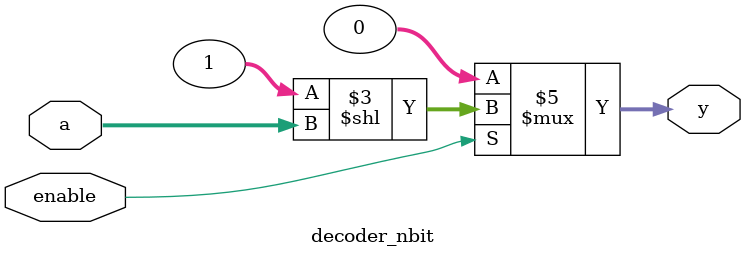
<source format=v>
module decoder_nbit 
	//parameter section
	#(parameter N=5)
	// ports section
	(
	input [N -1:0] a,
	input enable, 
	output reg [2**N-1:0] y
	);
	
	always @(*) begin 
		if (enable ==0)
			y=0;
		else 
			y = (1<<a);
	end 
	
endmodule 	
</source>
